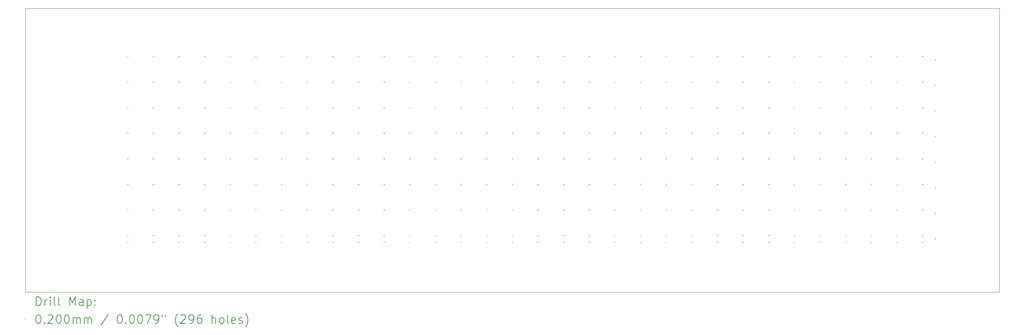
<source format=gbr>
%TF.GenerationSoftware,KiCad,Pcbnew,6.0.8+dfsg-1~bpo11+1*%
%TF.CreationDate,2023-03-24T18:57:13-04:00*%
%TF.ProjectId,captouch_sensor_diamond_hatched,63617074-6f75-4636-985f-73656e736f72,rev?*%
%TF.SameCoordinates,Original*%
%TF.FileFunction,Drillmap*%
%TF.FilePolarity,Positive*%
%FSLAX45Y45*%
G04 Gerber Fmt 4.5, Leading zero omitted, Abs format (unit mm)*
G04 Created by KiCad (PCBNEW 6.0.8+dfsg-1~bpo11+1) date 2023-03-24 18:57:13*
%MOMM*%
%LPD*%
G01*
G04 APERTURE LIST*
%ADD10C,0.100000*%
%ADD11C,0.200000*%
%ADD12C,0.020000*%
G04 APERTURE END LIST*
D10*
X4217500Y-4700000D02*
X27005000Y-4700000D01*
X27005000Y-4700000D02*
X27005000Y-11355000D01*
X27005000Y-11355000D02*
X4217500Y-11355000D01*
X4217500Y-11355000D02*
X4217500Y-4700000D01*
D11*
D12*
X6597500Y-5817500D02*
X6617500Y-5837500D01*
X6617500Y-5817500D02*
X6597500Y-5837500D01*
X6597500Y-6417500D02*
X6617500Y-6437500D01*
X6617500Y-6417500D02*
X6597500Y-6437500D01*
X6597500Y-7017500D02*
X6617500Y-7037500D01*
X6617500Y-7017500D02*
X6597500Y-7037500D01*
X6597500Y-7617500D02*
X6617500Y-7637500D01*
X6617500Y-7617500D02*
X6597500Y-7637500D01*
X6597500Y-8217500D02*
X6617500Y-8237500D01*
X6617500Y-8217500D02*
X6597500Y-8237500D01*
X6597500Y-8817500D02*
X6617500Y-8837500D01*
X6617500Y-8817500D02*
X6597500Y-8837500D01*
X6597500Y-9417500D02*
X6617500Y-9437500D01*
X6617500Y-9417500D02*
X6597500Y-9437500D01*
X6597500Y-10017500D02*
X6617500Y-10037500D01*
X6617500Y-10017500D02*
X6597500Y-10037500D01*
X6597500Y-10180000D02*
X6617500Y-10200000D01*
X6617500Y-10180000D02*
X6597500Y-10200000D01*
X7197500Y-5817500D02*
X7217500Y-5837500D01*
X7217500Y-5817500D02*
X7197500Y-5837500D01*
X7197500Y-6417500D02*
X7217500Y-6437500D01*
X7217500Y-6417500D02*
X7197500Y-6437500D01*
X7197500Y-7017500D02*
X7217500Y-7037500D01*
X7217500Y-7017500D02*
X7197500Y-7037500D01*
X7197500Y-7617500D02*
X7217500Y-7637500D01*
X7217500Y-7617500D02*
X7197500Y-7637500D01*
X7197500Y-8217500D02*
X7217500Y-8237500D01*
X7217500Y-8217500D02*
X7197500Y-8237500D01*
X7197500Y-8817500D02*
X7217500Y-8837500D01*
X7217500Y-8817500D02*
X7197500Y-8837500D01*
X7197500Y-9417500D02*
X7217500Y-9437500D01*
X7217500Y-9417500D02*
X7197500Y-9437500D01*
X7197500Y-10017500D02*
X7217500Y-10037500D01*
X7217500Y-10017500D02*
X7197500Y-10037500D01*
X7197500Y-10180000D02*
X7217500Y-10200000D01*
X7217500Y-10180000D02*
X7197500Y-10200000D01*
X7797500Y-5817500D02*
X7817500Y-5837500D01*
X7817500Y-5817500D02*
X7797500Y-5837500D01*
X7797500Y-6417500D02*
X7817500Y-6437500D01*
X7817500Y-6417500D02*
X7797500Y-6437500D01*
X7797500Y-7017500D02*
X7817500Y-7037500D01*
X7817500Y-7017500D02*
X7797500Y-7037500D01*
X7797500Y-7617500D02*
X7817500Y-7637500D01*
X7817500Y-7617500D02*
X7797500Y-7637500D01*
X7797500Y-8217500D02*
X7817500Y-8237500D01*
X7817500Y-8217500D02*
X7797500Y-8237500D01*
X7797500Y-8817500D02*
X7817500Y-8837500D01*
X7817500Y-8817500D02*
X7797500Y-8837500D01*
X7797500Y-9417500D02*
X7817500Y-9437500D01*
X7817500Y-9417500D02*
X7797500Y-9437500D01*
X7797500Y-10017500D02*
X7817500Y-10037500D01*
X7817500Y-10017500D02*
X7797500Y-10037500D01*
X7797500Y-10180000D02*
X7817500Y-10200000D01*
X7817500Y-10180000D02*
X7797500Y-10200000D01*
X8397500Y-5817500D02*
X8417500Y-5837500D01*
X8417500Y-5817500D02*
X8397500Y-5837500D01*
X8397500Y-6417500D02*
X8417500Y-6437500D01*
X8417500Y-6417500D02*
X8397500Y-6437500D01*
X8397500Y-7017500D02*
X8417500Y-7037500D01*
X8417500Y-7017500D02*
X8397500Y-7037500D01*
X8397500Y-7617500D02*
X8417500Y-7637500D01*
X8417500Y-7617500D02*
X8397500Y-7637500D01*
X8397500Y-8217500D02*
X8417500Y-8237500D01*
X8417500Y-8217500D02*
X8397500Y-8237500D01*
X8397500Y-8817500D02*
X8417500Y-8837500D01*
X8417500Y-8817500D02*
X8397500Y-8837500D01*
X8397500Y-9417500D02*
X8417500Y-9437500D01*
X8417500Y-9417500D02*
X8397500Y-9437500D01*
X8397500Y-10017500D02*
X8417500Y-10037500D01*
X8417500Y-10017500D02*
X8397500Y-10037500D01*
X8397500Y-10180000D02*
X8417500Y-10200000D01*
X8417500Y-10180000D02*
X8397500Y-10200000D01*
X8997500Y-5817500D02*
X9017500Y-5837500D01*
X9017500Y-5817500D02*
X8997500Y-5837500D01*
X8997500Y-6417500D02*
X9017500Y-6437500D01*
X9017500Y-6417500D02*
X8997500Y-6437500D01*
X8997500Y-7017500D02*
X9017500Y-7037500D01*
X9017500Y-7017500D02*
X8997500Y-7037500D01*
X8997500Y-7617500D02*
X9017500Y-7637500D01*
X9017500Y-7617500D02*
X8997500Y-7637500D01*
X8997500Y-8217500D02*
X9017500Y-8237500D01*
X9017500Y-8217500D02*
X8997500Y-8237500D01*
X8997500Y-8817500D02*
X9017500Y-8837500D01*
X9017500Y-8817500D02*
X8997500Y-8837500D01*
X8997500Y-9417500D02*
X9017500Y-9437500D01*
X9017500Y-9417500D02*
X8997500Y-9437500D01*
X8997500Y-10017500D02*
X9017500Y-10037500D01*
X9017500Y-10017500D02*
X8997500Y-10037500D01*
X8997500Y-10180000D02*
X9017500Y-10200000D01*
X9017500Y-10180000D02*
X8997500Y-10200000D01*
X9597500Y-5817500D02*
X9617500Y-5837500D01*
X9617500Y-5817500D02*
X9597500Y-5837500D01*
X9597500Y-6417500D02*
X9617500Y-6437500D01*
X9617500Y-6417500D02*
X9597500Y-6437500D01*
X9597500Y-7017500D02*
X9617500Y-7037500D01*
X9617500Y-7017500D02*
X9597500Y-7037500D01*
X9597500Y-7617500D02*
X9617500Y-7637500D01*
X9617500Y-7617500D02*
X9597500Y-7637500D01*
X9597500Y-8217500D02*
X9617500Y-8237500D01*
X9617500Y-8217500D02*
X9597500Y-8237500D01*
X9597500Y-8817500D02*
X9617500Y-8837500D01*
X9617500Y-8817500D02*
X9597500Y-8837500D01*
X9597500Y-9417500D02*
X9617500Y-9437500D01*
X9617500Y-9417500D02*
X9597500Y-9437500D01*
X9597500Y-10017500D02*
X9617500Y-10037500D01*
X9617500Y-10017500D02*
X9597500Y-10037500D01*
X9597500Y-10180000D02*
X9617500Y-10200000D01*
X9617500Y-10180000D02*
X9597500Y-10200000D01*
X10197500Y-5817500D02*
X10217500Y-5837500D01*
X10217500Y-5817500D02*
X10197500Y-5837500D01*
X10197500Y-6417500D02*
X10217500Y-6437500D01*
X10217500Y-6417500D02*
X10197500Y-6437500D01*
X10197500Y-7017500D02*
X10217500Y-7037500D01*
X10217500Y-7017500D02*
X10197500Y-7037500D01*
X10197500Y-7617500D02*
X10217500Y-7637500D01*
X10217500Y-7617500D02*
X10197500Y-7637500D01*
X10197500Y-8217500D02*
X10217500Y-8237500D01*
X10217500Y-8217500D02*
X10197500Y-8237500D01*
X10197500Y-8817500D02*
X10217500Y-8837500D01*
X10217500Y-8817500D02*
X10197500Y-8837500D01*
X10197500Y-9417500D02*
X10217500Y-9437500D01*
X10217500Y-9417500D02*
X10197500Y-9437500D01*
X10197500Y-10017500D02*
X10217500Y-10037500D01*
X10217500Y-10017500D02*
X10197500Y-10037500D01*
X10197500Y-10180000D02*
X10217500Y-10200000D01*
X10217500Y-10180000D02*
X10197500Y-10200000D01*
X10797500Y-5817500D02*
X10817500Y-5837500D01*
X10817500Y-5817500D02*
X10797500Y-5837500D01*
X10797500Y-6417500D02*
X10817500Y-6437500D01*
X10817500Y-6417500D02*
X10797500Y-6437500D01*
X10797500Y-7017500D02*
X10817500Y-7037500D01*
X10817500Y-7017500D02*
X10797500Y-7037500D01*
X10797500Y-7617500D02*
X10817500Y-7637500D01*
X10817500Y-7617500D02*
X10797500Y-7637500D01*
X10797500Y-8217500D02*
X10817500Y-8237500D01*
X10817500Y-8217500D02*
X10797500Y-8237500D01*
X10797500Y-8817500D02*
X10817500Y-8837500D01*
X10817500Y-8817500D02*
X10797500Y-8837500D01*
X10797500Y-9417500D02*
X10817500Y-9437500D01*
X10817500Y-9417500D02*
X10797500Y-9437500D01*
X10797500Y-10017500D02*
X10817500Y-10037500D01*
X10817500Y-10017500D02*
X10797500Y-10037500D01*
X10797500Y-10180000D02*
X10817500Y-10200000D01*
X10817500Y-10180000D02*
X10797500Y-10200000D01*
X11397500Y-5817500D02*
X11417500Y-5837500D01*
X11417500Y-5817500D02*
X11397500Y-5837500D01*
X11397500Y-6417500D02*
X11417500Y-6437500D01*
X11417500Y-6417500D02*
X11397500Y-6437500D01*
X11397500Y-7017500D02*
X11417500Y-7037500D01*
X11417500Y-7017500D02*
X11397500Y-7037500D01*
X11397500Y-7617500D02*
X11417500Y-7637500D01*
X11417500Y-7617500D02*
X11397500Y-7637500D01*
X11397500Y-8217500D02*
X11417500Y-8237500D01*
X11417500Y-8217500D02*
X11397500Y-8237500D01*
X11397500Y-8817500D02*
X11417500Y-8837500D01*
X11417500Y-8817500D02*
X11397500Y-8837500D01*
X11397500Y-9417500D02*
X11417500Y-9437500D01*
X11417500Y-9417500D02*
X11397500Y-9437500D01*
X11397500Y-10017500D02*
X11417500Y-10037500D01*
X11417500Y-10017500D02*
X11397500Y-10037500D01*
X11397500Y-10180000D02*
X11417500Y-10200000D01*
X11417500Y-10180000D02*
X11397500Y-10200000D01*
X11997500Y-5817500D02*
X12017500Y-5837500D01*
X12017500Y-5817500D02*
X11997500Y-5837500D01*
X11997500Y-6417500D02*
X12017500Y-6437500D01*
X12017500Y-6417500D02*
X11997500Y-6437500D01*
X11997500Y-7017500D02*
X12017500Y-7037500D01*
X12017500Y-7017500D02*
X11997500Y-7037500D01*
X11997500Y-7617500D02*
X12017500Y-7637500D01*
X12017500Y-7617500D02*
X11997500Y-7637500D01*
X11997500Y-8217500D02*
X12017500Y-8237500D01*
X12017500Y-8217500D02*
X11997500Y-8237500D01*
X11997500Y-8817500D02*
X12017500Y-8837500D01*
X12017500Y-8817500D02*
X11997500Y-8837500D01*
X11997500Y-9417500D02*
X12017500Y-9437500D01*
X12017500Y-9417500D02*
X11997500Y-9437500D01*
X11997500Y-10017500D02*
X12017500Y-10037500D01*
X12017500Y-10017500D02*
X11997500Y-10037500D01*
X11997500Y-10180000D02*
X12017500Y-10200000D01*
X12017500Y-10180000D02*
X11997500Y-10200000D01*
X12597500Y-5817500D02*
X12617500Y-5837500D01*
X12617500Y-5817500D02*
X12597500Y-5837500D01*
X12597500Y-6417500D02*
X12617500Y-6437500D01*
X12617500Y-6417500D02*
X12597500Y-6437500D01*
X12597500Y-7017500D02*
X12617500Y-7037500D01*
X12617500Y-7017500D02*
X12597500Y-7037500D01*
X12597500Y-7617500D02*
X12617500Y-7637500D01*
X12617500Y-7617500D02*
X12597500Y-7637500D01*
X12597500Y-8217500D02*
X12617500Y-8237500D01*
X12617500Y-8217500D02*
X12597500Y-8237500D01*
X12597500Y-8817500D02*
X12617500Y-8837500D01*
X12617500Y-8817500D02*
X12597500Y-8837500D01*
X12597500Y-9417500D02*
X12617500Y-9437500D01*
X12617500Y-9417500D02*
X12597500Y-9437500D01*
X12597500Y-10017500D02*
X12617500Y-10037500D01*
X12617500Y-10017500D02*
X12597500Y-10037500D01*
X12597500Y-10180000D02*
X12617500Y-10200000D01*
X12617500Y-10180000D02*
X12597500Y-10200000D01*
X13197500Y-5817500D02*
X13217500Y-5837500D01*
X13217500Y-5817500D02*
X13197500Y-5837500D01*
X13197500Y-6417500D02*
X13217500Y-6437500D01*
X13217500Y-6417500D02*
X13197500Y-6437500D01*
X13197500Y-7017500D02*
X13217500Y-7037500D01*
X13217500Y-7017500D02*
X13197500Y-7037500D01*
X13197500Y-7617500D02*
X13217500Y-7637500D01*
X13217500Y-7617500D02*
X13197500Y-7637500D01*
X13197500Y-8217500D02*
X13217500Y-8237500D01*
X13217500Y-8217500D02*
X13197500Y-8237500D01*
X13197500Y-8817500D02*
X13217500Y-8837500D01*
X13217500Y-8817500D02*
X13197500Y-8837500D01*
X13197500Y-9417500D02*
X13217500Y-9437500D01*
X13217500Y-9417500D02*
X13197500Y-9437500D01*
X13197500Y-10017500D02*
X13217500Y-10037500D01*
X13217500Y-10017500D02*
X13197500Y-10037500D01*
X13197500Y-10180000D02*
X13217500Y-10200000D01*
X13217500Y-10180000D02*
X13197500Y-10200000D01*
X13797500Y-5817500D02*
X13817500Y-5837500D01*
X13817500Y-5817500D02*
X13797500Y-5837500D01*
X13797500Y-6417500D02*
X13817500Y-6437500D01*
X13817500Y-6417500D02*
X13797500Y-6437500D01*
X13797500Y-7017500D02*
X13817500Y-7037500D01*
X13817500Y-7017500D02*
X13797500Y-7037500D01*
X13797500Y-7617500D02*
X13817500Y-7637500D01*
X13817500Y-7617500D02*
X13797500Y-7637500D01*
X13797500Y-8217500D02*
X13817500Y-8237500D01*
X13817500Y-8217500D02*
X13797500Y-8237500D01*
X13797500Y-8817500D02*
X13817500Y-8837500D01*
X13817500Y-8817500D02*
X13797500Y-8837500D01*
X13797500Y-9417500D02*
X13817500Y-9437500D01*
X13817500Y-9417500D02*
X13797500Y-9437500D01*
X13797500Y-10017500D02*
X13817500Y-10037500D01*
X13817500Y-10017500D02*
X13797500Y-10037500D01*
X13797500Y-10180000D02*
X13817500Y-10200000D01*
X13817500Y-10180000D02*
X13797500Y-10200000D01*
X14397500Y-5817500D02*
X14417500Y-5837500D01*
X14417500Y-5817500D02*
X14397500Y-5837500D01*
X14397500Y-6417500D02*
X14417500Y-6437500D01*
X14417500Y-6417500D02*
X14397500Y-6437500D01*
X14397500Y-7017500D02*
X14417500Y-7037500D01*
X14417500Y-7017500D02*
X14397500Y-7037500D01*
X14397500Y-7617500D02*
X14417500Y-7637500D01*
X14417500Y-7617500D02*
X14397500Y-7637500D01*
X14397500Y-8217500D02*
X14417500Y-8237500D01*
X14417500Y-8217500D02*
X14397500Y-8237500D01*
X14397500Y-8817500D02*
X14417500Y-8837500D01*
X14417500Y-8817500D02*
X14397500Y-8837500D01*
X14397500Y-9417500D02*
X14417500Y-9437500D01*
X14417500Y-9417500D02*
X14397500Y-9437500D01*
X14397500Y-10017500D02*
X14417500Y-10037500D01*
X14417500Y-10017500D02*
X14397500Y-10037500D01*
X14397500Y-10180000D02*
X14417500Y-10200000D01*
X14417500Y-10180000D02*
X14397500Y-10200000D01*
X14997500Y-5817500D02*
X15017500Y-5837500D01*
X15017500Y-5817500D02*
X14997500Y-5837500D01*
X14997500Y-6417500D02*
X15017500Y-6437500D01*
X15017500Y-6417500D02*
X14997500Y-6437500D01*
X14997500Y-7017500D02*
X15017500Y-7037500D01*
X15017500Y-7017500D02*
X14997500Y-7037500D01*
X14997500Y-7617500D02*
X15017500Y-7637500D01*
X15017500Y-7617500D02*
X14997500Y-7637500D01*
X14997500Y-8217500D02*
X15017500Y-8237500D01*
X15017500Y-8217500D02*
X14997500Y-8237500D01*
X14997500Y-8817500D02*
X15017500Y-8837500D01*
X15017500Y-8817500D02*
X14997500Y-8837500D01*
X14997500Y-9417500D02*
X15017500Y-9437500D01*
X15017500Y-9417500D02*
X14997500Y-9437500D01*
X14997500Y-10017500D02*
X15017500Y-10037500D01*
X15017500Y-10017500D02*
X14997500Y-10037500D01*
X14997500Y-10180000D02*
X15017500Y-10200000D01*
X15017500Y-10180000D02*
X14997500Y-10200000D01*
X15597500Y-5817500D02*
X15617500Y-5837500D01*
X15617500Y-5817500D02*
X15597500Y-5837500D01*
X15597500Y-6417500D02*
X15617500Y-6437500D01*
X15617500Y-6417500D02*
X15597500Y-6437500D01*
X15597500Y-7017500D02*
X15617500Y-7037500D01*
X15617500Y-7017500D02*
X15597500Y-7037500D01*
X15597500Y-7617500D02*
X15617500Y-7637500D01*
X15617500Y-7617500D02*
X15597500Y-7637500D01*
X15597500Y-8217500D02*
X15617500Y-8237500D01*
X15617500Y-8217500D02*
X15597500Y-8237500D01*
X15597500Y-8817500D02*
X15617500Y-8837500D01*
X15617500Y-8817500D02*
X15597500Y-8837500D01*
X15597500Y-9417500D02*
X15617500Y-9437500D01*
X15617500Y-9417500D02*
X15597500Y-9437500D01*
X15597500Y-10017500D02*
X15617500Y-10037500D01*
X15617500Y-10017500D02*
X15597500Y-10037500D01*
X15597500Y-10180000D02*
X15617500Y-10200000D01*
X15617500Y-10180000D02*
X15597500Y-10200000D01*
X16197500Y-5817500D02*
X16217500Y-5837500D01*
X16217500Y-5817500D02*
X16197500Y-5837500D01*
X16197500Y-6417500D02*
X16217500Y-6437500D01*
X16217500Y-6417500D02*
X16197500Y-6437500D01*
X16197500Y-7017500D02*
X16217500Y-7037500D01*
X16217500Y-7017500D02*
X16197500Y-7037500D01*
X16197500Y-7617500D02*
X16217500Y-7637500D01*
X16217500Y-7617500D02*
X16197500Y-7637500D01*
X16197500Y-8217500D02*
X16217500Y-8237500D01*
X16217500Y-8217500D02*
X16197500Y-8237500D01*
X16197500Y-8817500D02*
X16217500Y-8837500D01*
X16217500Y-8817500D02*
X16197500Y-8837500D01*
X16197500Y-9417500D02*
X16217500Y-9437500D01*
X16217500Y-9417500D02*
X16197500Y-9437500D01*
X16197500Y-10017500D02*
X16217500Y-10037500D01*
X16217500Y-10017500D02*
X16197500Y-10037500D01*
X16197500Y-10180000D02*
X16217500Y-10200000D01*
X16217500Y-10180000D02*
X16197500Y-10200000D01*
X16797500Y-5817500D02*
X16817500Y-5837500D01*
X16817500Y-5817500D02*
X16797500Y-5837500D01*
X16797500Y-6417500D02*
X16817500Y-6437500D01*
X16817500Y-6417500D02*
X16797500Y-6437500D01*
X16797500Y-7017500D02*
X16817500Y-7037500D01*
X16817500Y-7017500D02*
X16797500Y-7037500D01*
X16797500Y-7617500D02*
X16817500Y-7637500D01*
X16817500Y-7617500D02*
X16797500Y-7637500D01*
X16797500Y-8217500D02*
X16817500Y-8237500D01*
X16817500Y-8217500D02*
X16797500Y-8237500D01*
X16797500Y-8817500D02*
X16817500Y-8837500D01*
X16817500Y-8817500D02*
X16797500Y-8837500D01*
X16797500Y-9417500D02*
X16817500Y-9437500D01*
X16817500Y-9417500D02*
X16797500Y-9437500D01*
X16797500Y-10017500D02*
X16817500Y-10037500D01*
X16817500Y-10017500D02*
X16797500Y-10037500D01*
X16797500Y-10180000D02*
X16817500Y-10200000D01*
X16817500Y-10180000D02*
X16797500Y-10200000D01*
X17397500Y-5817500D02*
X17417500Y-5837500D01*
X17417500Y-5817500D02*
X17397500Y-5837500D01*
X17397500Y-6417500D02*
X17417500Y-6437500D01*
X17417500Y-6417500D02*
X17397500Y-6437500D01*
X17397500Y-7017500D02*
X17417500Y-7037500D01*
X17417500Y-7017500D02*
X17397500Y-7037500D01*
X17397500Y-7617500D02*
X17417500Y-7637500D01*
X17417500Y-7617500D02*
X17397500Y-7637500D01*
X17397500Y-8217500D02*
X17417500Y-8237500D01*
X17417500Y-8217500D02*
X17397500Y-8237500D01*
X17397500Y-8817500D02*
X17417500Y-8837500D01*
X17417500Y-8817500D02*
X17397500Y-8837500D01*
X17397500Y-9417500D02*
X17417500Y-9437500D01*
X17417500Y-9417500D02*
X17397500Y-9437500D01*
X17397500Y-10017500D02*
X17417500Y-10037500D01*
X17417500Y-10017500D02*
X17397500Y-10037500D01*
X17397500Y-10180000D02*
X17417500Y-10200000D01*
X17417500Y-10180000D02*
X17397500Y-10200000D01*
X17997500Y-5817500D02*
X18017500Y-5837500D01*
X18017500Y-5817500D02*
X17997500Y-5837500D01*
X17997500Y-6417500D02*
X18017500Y-6437500D01*
X18017500Y-6417500D02*
X17997500Y-6437500D01*
X17997500Y-7017500D02*
X18017500Y-7037500D01*
X18017500Y-7017500D02*
X17997500Y-7037500D01*
X17997500Y-7617500D02*
X18017500Y-7637500D01*
X18017500Y-7617500D02*
X17997500Y-7637500D01*
X17997500Y-8217500D02*
X18017500Y-8237500D01*
X18017500Y-8217500D02*
X17997500Y-8237500D01*
X17997500Y-8817500D02*
X18017500Y-8837500D01*
X18017500Y-8817500D02*
X17997500Y-8837500D01*
X17997500Y-9417500D02*
X18017500Y-9437500D01*
X18017500Y-9417500D02*
X17997500Y-9437500D01*
X17997500Y-10017500D02*
X18017500Y-10037500D01*
X18017500Y-10017500D02*
X17997500Y-10037500D01*
X17997500Y-10180000D02*
X18017500Y-10200000D01*
X18017500Y-10180000D02*
X17997500Y-10200000D01*
X18597500Y-5817500D02*
X18617500Y-5837500D01*
X18617500Y-5817500D02*
X18597500Y-5837500D01*
X18597500Y-6417500D02*
X18617500Y-6437500D01*
X18617500Y-6417500D02*
X18597500Y-6437500D01*
X18597500Y-7017500D02*
X18617500Y-7037500D01*
X18617500Y-7017500D02*
X18597500Y-7037500D01*
X18597500Y-7617500D02*
X18617500Y-7637500D01*
X18617500Y-7617500D02*
X18597500Y-7637500D01*
X18597500Y-8217500D02*
X18617500Y-8237500D01*
X18617500Y-8217500D02*
X18597500Y-8237500D01*
X18597500Y-8817500D02*
X18617500Y-8837500D01*
X18617500Y-8817500D02*
X18597500Y-8837500D01*
X18597500Y-9417500D02*
X18617500Y-9437500D01*
X18617500Y-9417500D02*
X18597500Y-9437500D01*
X18597500Y-10017500D02*
X18617500Y-10037500D01*
X18617500Y-10017500D02*
X18597500Y-10037500D01*
X18597500Y-10180000D02*
X18617500Y-10200000D01*
X18617500Y-10180000D02*
X18597500Y-10200000D01*
X19197500Y-5817500D02*
X19217500Y-5837500D01*
X19217500Y-5817500D02*
X19197500Y-5837500D01*
X19197500Y-6417500D02*
X19217500Y-6437500D01*
X19217500Y-6417500D02*
X19197500Y-6437500D01*
X19197500Y-7017500D02*
X19217500Y-7037500D01*
X19217500Y-7017500D02*
X19197500Y-7037500D01*
X19197500Y-7617500D02*
X19217500Y-7637500D01*
X19217500Y-7617500D02*
X19197500Y-7637500D01*
X19197500Y-8217500D02*
X19217500Y-8237500D01*
X19217500Y-8217500D02*
X19197500Y-8237500D01*
X19197500Y-8817500D02*
X19217500Y-8837500D01*
X19217500Y-8817500D02*
X19197500Y-8837500D01*
X19197500Y-9417500D02*
X19217500Y-9437500D01*
X19217500Y-9417500D02*
X19197500Y-9437500D01*
X19197500Y-10017500D02*
X19217500Y-10037500D01*
X19217500Y-10017500D02*
X19197500Y-10037500D01*
X19197500Y-10180000D02*
X19217500Y-10200000D01*
X19217500Y-10180000D02*
X19197500Y-10200000D01*
X19797500Y-5817500D02*
X19817500Y-5837500D01*
X19817500Y-5817500D02*
X19797500Y-5837500D01*
X19797500Y-6417500D02*
X19817500Y-6437500D01*
X19817500Y-6417500D02*
X19797500Y-6437500D01*
X19797500Y-7017500D02*
X19817500Y-7037500D01*
X19817500Y-7017500D02*
X19797500Y-7037500D01*
X19797500Y-7617500D02*
X19817500Y-7637500D01*
X19817500Y-7617500D02*
X19797500Y-7637500D01*
X19797500Y-8217500D02*
X19817500Y-8237500D01*
X19817500Y-8217500D02*
X19797500Y-8237500D01*
X19797500Y-8817500D02*
X19817500Y-8837500D01*
X19817500Y-8817500D02*
X19797500Y-8837500D01*
X19797500Y-9417500D02*
X19817500Y-9437500D01*
X19817500Y-9417500D02*
X19797500Y-9437500D01*
X19797500Y-10017500D02*
X19817500Y-10037500D01*
X19817500Y-10017500D02*
X19797500Y-10037500D01*
X19797500Y-10180000D02*
X19817500Y-10200000D01*
X19817500Y-10180000D02*
X19797500Y-10200000D01*
X20397500Y-5817500D02*
X20417500Y-5837500D01*
X20417500Y-5817500D02*
X20397500Y-5837500D01*
X20397500Y-6417500D02*
X20417500Y-6437500D01*
X20417500Y-6417500D02*
X20397500Y-6437500D01*
X20397500Y-7017500D02*
X20417500Y-7037500D01*
X20417500Y-7017500D02*
X20397500Y-7037500D01*
X20397500Y-7617500D02*
X20417500Y-7637500D01*
X20417500Y-7617500D02*
X20397500Y-7637500D01*
X20397500Y-8217500D02*
X20417500Y-8237500D01*
X20417500Y-8217500D02*
X20397500Y-8237500D01*
X20397500Y-8817500D02*
X20417500Y-8837500D01*
X20417500Y-8817500D02*
X20397500Y-8837500D01*
X20397500Y-9417500D02*
X20417500Y-9437500D01*
X20417500Y-9417500D02*
X20397500Y-9437500D01*
X20397500Y-10017500D02*
X20417500Y-10037500D01*
X20417500Y-10017500D02*
X20397500Y-10037500D01*
X20397500Y-10180000D02*
X20417500Y-10200000D01*
X20417500Y-10180000D02*
X20397500Y-10200000D01*
X20997500Y-5817500D02*
X21017500Y-5837500D01*
X21017500Y-5817500D02*
X20997500Y-5837500D01*
X20997500Y-6417500D02*
X21017500Y-6437500D01*
X21017500Y-6417500D02*
X20997500Y-6437500D01*
X20997500Y-7017500D02*
X21017500Y-7037500D01*
X21017500Y-7017500D02*
X20997500Y-7037500D01*
X20997500Y-7617500D02*
X21017500Y-7637500D01*
X21017500Y-7617500D02*
X20997500Y-7637500D01*
X20997500Y-8217500D02*
X21017500Y-8237500D01*
X21017500Y-8217500D02*
X20997500Y-8237500D01*
X20997500Y-8817500D02*
X21017500Y-8837500D01*
X21017500Y-8817500D02*
X20997500Y-8837500D01*
X20997500Y-9417500D02*
X21017500Y-9437500D01*
X21017500Y-9417500D02*
X20997500Y-9437500D01*
X20997500Y-10017500D02*
X21017500Y-10037500D01*
X21017500Y-10017500D02*
X20997500Y-10037500D01*
X20997500Y-10180000D02*
X21017500Y-10200000D01*
X21017500Y-10180000D02*
X20997500Y-10200000D01*
X21597500Y-5817500D02*
X21617500Y-5837500D01*
X21617500Y-5817500D02*
X21597500Y-5837500D01*
X21597500Y-6417500D02*
X21617500Y-6437500D01*
X21617500Y-6417500D02*
X21597500Y-6437500D01*
X21597500Y-7017500D02*
X21617500Y-7037500D01*
X21617500Y-7017500D02*
X21597500Y-7037500D01*
X21597500Y-7617500D02*
X21617500Y-7637500D01*
X21617500Y-7617500D02*
X21597500Y-7637500D01*
X21597500Y-8217500D02*
X21617500Y-8237500D01*
X21617500Y-8217500D02*
X21597500Y-8237500D01*
X21597500Y-8817500D02*
X21617500Y-8837500D01*
X21617500Y-8817500D02*
X21597500Y-8837500D01*
X21597500Y-9417500D02*
X21617500Y-9437500D01*
X21617500Y-9417500D02*
X21597500Y-9437500D01*
X21597500Y-10017500D02*
X21617500Y-10037500D01*
X21617500Y-10017500D02*
X21597500Y-10037500D01*
X21597500Y-10180000D02*
X21617500Y-10200000D01*
X21617500Y-10180000D02*
X21597500Y-10200000D01*
X22197500Y-5817500D02*
X22217500Y-5837500D01*
X22217500Y-5817500D02*
X22197500Y-5837500D01*
X22197500Y-6417500D02*
X22217500Y-6437500D01*
X22217500Y-6417500D02*
X22197500Y-6437500D01*
X22197500Y-7017500D02*
X22217500Y-7037500D01*
X22217500Y-7017500D02*
X22197500Y-7037500D01*
X22197500Y-7617500D02*
X22217500Y-7637500D01*
X22217500Y-7617500D02*
X22197500Y-7637500D01*
X22197500Y-8217500D02*
X22217500Y-8237500D01*
X22217500Y-8217500D02*
X22197500Y-8237500D01*
X22197500Y-8817500D02*
X22217500Y-8837500D01*
X22217500Y-8817500D02*
X22197500Y-8837500D01*
X22197500Y-9417500D02*
X22217500Y-9437500D01*
X22217500Y-9417500D02*
X22197500Y-9437500D01*
X22197500Y-10017500D02*
X22217500Y-10037500D01*
X22217500Y-10017500D02*
X22197500Y-10037500D01*
X22197500Y-10180000D02*
X22217500Y-10200000D01*
X22217500Y-10180000D02*
X22197500Y-10200000D01*
X22797500Y-5817500D02*
X22817500Y-5837500D01*
X22817500Y-5817500D02*
X22797500Y-5837500D01*
X22797500Y-6417500D02*
X22817500Y-6437500D01*
X22817500Y-6417500D02*
X22797500Y-6437500D01*
X22797500Y-7017500D02*
X22817500Y-7037500D01*
X22817500Y-7017500D02*
X22797500Y-7037500D01*
X22797500Y-7617500D02*
X22817500Y-7637500D01*
X22817500Y-7617500D02*
X22797500Y-7637500D01*
X22797500Y-8217500D02*
X22817500Y-8237500D01*
X22817500Y-8217500D02*
X22797500Y-8237500D01*
X22797500Y-8817500D02*
X22817500Y-8837500D01*
X22817500Y-8817500D02*
X22797500Y-8837500D01*
X22797500Y-9417500D02*
X22817500Y-9437500D01*
X22817500Y-9417500D02*
X22797500Y-9437500D01*
X22797500Y-10017500D02*
X22817500Y-10037500D01*
X22817500Y-10017500D02*
X22797500Y-10037500D01*
X22797500Y-10180000D02*
X22817500Y-10200000D01*
X22817500Y-10180000D02*
X22797500Y-10200000D01*
X23397500Y-5817500D02*
X23417500Y-5837500D01*
X23417500Y-5817500D02*
X23397500Y-5837500D01*
X23397500Y-6417500D02*
X23417500Y-6437500D01*
X23417500Y-6417500D02*
X23397500Y-6437500D01*
X23397500Y-7017500D02*
X23417500Y-7037500D01*
X23417500Y-7017500D02*
X23397500Y-7037500D01*
X23397500Y-7617500D02*
X23417500Y-7637500D01*
X23417500Y-7617500D02*
X23397500Y-7637500D01*
X23397500Y-8217500D02*
X23417500Y-8237500D01*
X23417500Y-8217500D02*
X23397500Y-8237500D01*
X23397500Y-8817500D02*
X23417500Y-8837500D01*
X23417500Y-8817500D02*
X23397500Y-8837500D01*
X23397500Y-9417500D02*
X23417500Y-9437500D01*
X23417500Y-9417500D02*
X23397500Y-9437500D01*
X23397500Y-10017500D02*
X23417500Y-10037500D01*
X23417500Y-10017500D02*
X23397500Y-10037500D01*
X23397500Y-10180000D02*
X23417500Y-10200000D01*
X23417500Y-10180000D02*
X23397500Y-10200000D01*
X23997500Y-5817500D02*
X24017500Y-5837500D01*
X24017500Y-5817500D02*
X23997500Y-5837500D01*
X23997500Y-6417500D02*
X24017500Y-6437500D01*
X24017500Y-6417500D02*
X23997500Y-6437500D01*
X23997500Y-7017500D02*
X24017500Y-7037500D01*
X24017500Y-7017500D02*
X23997500Y-7037500D01*
X23997500Y-7617500D02*
X24017500Y-7637500D01*
X24017500Y-7617500D02*
X23997500Y-7637500D01*
X23997500Y-8217500D02*
X24017500Y-8237500D01*
X24017500Y-8217500D02*
X23997500Y-8237500D01*
X23997500Y-8817500D02*
X24017500Y-8837500D01*
X24017500Y-8817500D02*
X23997500Y-8837500D01*
X23997500Y-9417500D02*
X24017500Y-9437500D01*
X24017500Y-9417500D02*
X23997500Y-9437500D01*
X23997500Y-10017500D02*
X24017500Y-10037500D01*
X24017500Y-10017500D02*
X23997500Y-10037500D01*
X23997500Y-10180000D02*
X24017500Y-10200000D01*
X24017500Y-10180000D02*
X23997500Y-10200000D01*
X24597500Y-5817500D02*
X24617500Y-5837500D01*
X24617500Y-5817500D02*
X24597500Y-5837500D01*
X24597500Y-6417500D02*
X24617500Y-6437500D01*
X24617500Y-6417500D02*
X24597500Y-6437500D01*
X24597500Y-7017500D02*
X24617500Y-7037500D01*
X24617500Y-7017500D02*
X24597500Y-7037500D01*
X24597500Y-7617500D02*
X24617500Y-7637500D01*
X24617500Y-7617500D02*
X24597500Y-7637500D01*
X24597500Y-8217500D02*
X24617500Y-8237500D01*
X24617500Y-8217500D02*
X24597500Y-8237500D01*
X24597500Y-8817500D02*
X24617500Y-8837500D01*
X24617500Y-8817500D02*
X24597500Y-8837500D01*
X24597500Y-9417500D02*
X24617500Y-9437500D01*
X24617500Y-9417500D02*
X24597500Y-9437500D01*
X24597500Y-10017500D02*
X24617500Y-10037500D01*
X24617500Y-10017500D02*
X24597500Y-10037500D01*
X24597500Y-10180000D02*
X24617500Y-10200000D01*
X24617500Y-10180000D02*
X24597500Y-10200000D01*
X25197500Y-5817500D02*
X25217500Y-5837500D01*
X25217500Y-5817500D02*
X25197500Y-5837500D01*
X25197500Y-6417500D02*
X25217500Y-6437500D01*
X25217500Y-6417500D02*
X25197500Y-6437500D01*
X25197500Y-7017500D02*
X25217500Y-7037500D01*
X25217500Y-7017500D02*
X25197500Y-7037500D01*
X25197500Y-7617500D02*
X25217500Y-7637500D01*
X25217500Y-7617500D02*
X25197500Y-7637500D01*
X25197500Y-8217500D02*
X25217500Y-8237500D01*
X25217500Y-8217500D02*
X25197500Y-8237500D01*
X25197500Y-8817500D02*
X25217500Y-8837500D01*
X25217500Y-8817500D02*
X25197500Y-8837500D01*
X25197500Y-9417500D02*
X25217500Y-9437500D01*
X25217500Y-9417500D02*
X25197500Y-9437500D01*
X25197500Y-10017500D02*
X25217500Y-10037500D01*
X25217500Y-10017500D02*
X25197500Y-10037500D01*
X25197500Y-10180000D02*
X25217500Y-10200000D01*
X25217500Y-10180000D02*
X25197500Y-10200000D01*
X25497500Y-5897500D02*
X25517500Y-5917500D01*
X25517500Y-5897500D02*
X25497500Y-5917500D01*
X25497500Y-6497500D02*
X25517500Y-6517500D01*
X25517500Y-6497500D02*
X25497500Y-6517500D01*
X25497500Y-7097500D02*
X25517500Y-7117500D01*
X25517500Y-7097500D02*
X25497500Y-7117500D01*
X25497500Y-7697500D02*
X25517500Y-7717500D01*
X25517500Y-7697500D02*
X25497500Y-7717500D01*
X25497500Y-8297500D02*
X25517500Y-8317500D01*
X25517500Y-8297500D02*
X25497500Y-8317500D01*
X25497500Y-8897500D02*
X25517500Y-8917500D01*
X25517500Y-8897500D02*
X25497500Y-8917500D01*
X25497500Y-9497500D02*
X25517500Y-9517500D01*
X25517500Y-9497500D02*
X25497500Y-9517500D01*
X25497500Y-10097500D02*
X25517500Y-10117500D01*
X25517500Y-10097500D02*
X25497500Y-10117500D01*
D11*
X4470119Y-11670476D02*
X4470119Y-11470476D01*
X4517738Y-11470476D01*
X4546310Y-11480000D01*
X4565357Y-11499048D01*
X4574881Y-11518095D01*
X4584405Y-11556190D01*
X4584405Y-11584762D01*
X4574881Y-11622857D01*
X4565357Y-11641905D01*
X4546310Y-11660952D01*
X4517738Y-11670476D01*
X4470119Y-11670476D01*
X4670119Y-11670476D02*
X4670119Y-11537143D01*
X4670119Y-11575238D02*
X4679643Y-11556190D01*
X4689167Y-11546667D01*
X4708214Y-11537143D01*
X4727262Y-11537143D01*
X4793929Y-11670476D02*
X4793929Y-11537143D01*
X4793929Y-11470476D02*
X4784405Y-11480000D01*
X4793929Y-11489524D01*
X4803452Y-11480000D01*
X4793929Y-11470476D01*
X4793929Y-11489524D01*
X4917738Y-11670476D02*
X4898690Y-11660952D01*
X4889167Y-11641905D01*
X4889167Y-11470476D01*
X5022500Y-11670476D02*
X5003452Y-11660952D01*
X4993929Y-11641905D01*
X4993929Y-11470476D01*
X5251071Y-11670476D02*
X5251071Y-11470476D01*
X5317738Y-11613333D01*
X5384405Y-11470476D01*
X5384405Y-11670476D01*
X5565357Y-11670476D02*
X5565357Y-11565714D01*
X5555833Y-11546667D01*
X5536786Y-11537143D01*
X5498690Y-11537143D01*
X5479643Y-11546667D01*
X5565357Y-11660952D02*
X5546310Y-11670476D01*
X5498690Y-11670476D01*
X5479643Y-11660952D01*
X5470119Y-11641905D01*
X5470119Y-11622857D01*
X5479643Y-11603809D01*
X5498690Y-11594286D01*
X5546310Y-11594286D01*
X5565357Y-11584762D01*
X5660595Y-11537143D02*
X5660595Y-11737143D01*
X5660595Y-11546667D02*
X5679643Y-11537143D01*
X5717738Y-11537143D01*
X5736786Y-11546667D01*
X5746309Y-11556190D01*
X5755833Y-11575238D01*
X5755833Y-11632381D01*
X5746309Y-11651428D01*
X5736786Y-11660952D01*
X5717738Y-11670476D01*
X5679643Y-11670476D01*
X5660595Y-11660952D01*
X5841548Y-11651428D02*
X5851071Y-11660952D01*
X5841548Y-11670476D01*
X5832024Y-11660952D01*
X5841548Y-11651428D01*
X5841548Y-11670476D01*
X5841548Y-11546667D02*
X5851071Y-11556190D01*
X5841548Y-11565714D01*
X5832024Y-11556190D01*
X5841548Y-11546667D01*
X5841548Y-11565714D01*
D12*
X4192500Y-11990000D02*
X4212500Y-12010000D01*
X4212500Y-11990000D02*
X4192500Y-12010000D01*
D11*
X4508214Y-11890476D02*
X4527262Y-11890476D01*
X4546310Y-11900000D01*
X4555833Y-11909524D01*
X4565357Y-11928571D01*
X4574881Y-11966667D01*
X4574881Y-12014286D01*
X4565357Y-12052381D01*
X4555833Y-12071428D01*
X4546310Y-12080952D01*
X4527262Y-12090476D01*
X4508214Y-12090476D01*
X4489167Y-12080952D01*
X4479643Y-12071428D01*
X4470119Y-12052381D01*
X4460595Y-12014286D01*
X4460595Y-11966667D01*
X4470119Y-11928571D01*
X4479643Y-11909524D01*
X4489167Y-11900000D01*
X4508214Y-11890476D01*
X4660595Y-12071428D02*
X4670119Y-12080952D01*
X4660595Y-12090476D01*
X4651071Y-12080952D01*
X4660595Y-12071428D01*
X4660595Y-12090476D01*
X4746310Y-11909524D02*
X4755833Y-11900000D01*
X4774881Y-11890476D01*
X4822500Y-11890476D01*
X4841548Y-11900000D01*
X4851071Y-11909524D01*
X4860595Y-11928571D01*
X4860595Y-11947619D01*
X4851071Y-11976190D01*
X4736786Y-12090476D01*
X4860595Y-12090476D01*
X4984405Y-11890476D02*
X5003452Y-11890476D01*
X5022500Y-11900000D01*
X5032024Y-11909524D01*
X5041548Y-11928571D01*
X5051071Y-11966667D01*
X5051071Y-12014286D01*
X5041548Y-12052381D01*
X5032024Y-12071428D01*
X5022500Y-12080952D01*
X5003452Y-12090476D01*
X4984405Y-12090476D01*
X4965357Y-12080952D01*
X4955833Y-12071428D01*
X4946310Y-12052381D01*
X4936786Y-12014286D01*
X4936786Y-11966667D01*
X4946310Y-11928571D01*
X4955833Y-11909524D01*
X4965357Y-11900000D01*
X4984405Y-11890476D01*
X5174881Y-11890476D02*
X5193929Y-11890476D01*
X5212976Y-11900000D01*
X5222500Y-11909524D01*
X5232024Y-11928571D01*
X5241548Y-11966667D01*
X5241548Y-12014286D01*
X5232024Y-12052381D01*
X5222500Y-12071428D01*
X5212976Y-12080952D01*
X5193929Y-12090476D01*
X5174881Y-12090476D01*
X5155833Y-12080952D01*
X5146310Y-12071428D01*
X5136786Y-12052381D01*
X5127262Y-12014286D01*
X5127262Y-11966667D01*
X5136786Y-11928571D01*
X5146310Y-11909524D01*
X5155833Y-11900000D01*
X5174881Y-11890476D01*
X5327262Y-12090476D02*
X5327262Y-11957143D01*
X5327262Y-11976190D02*
X5336786Y-11966667D01*
X5355833Y-11957143D01*
X5384405Y-11957143D01*
X5403452Y-11966667D01*
X5412976Y-11985714D01*
X5412976Y-12090476D01*
X5412976Y-11985714D02*
X5422500Y-11966667D01*
X5441548Y-11957143D01*
X5470119Y-11957143D01*
X5489167Y-11966667D01*
X5498690Y-11985714D01*
X5498690Y-12090476D01*
X5593928Y-12090476D02*
X5593928Y-11957143D01*
X5593928Y-11976190D02*
X5603452Y-11966667D01*
X5622500Y-11957143D01*
X5651071Y-11957143D01*
X5670119Y-11966667D01*
X5679643Y-11985714D01*
X5679643Y-12090476D01*
X5679643Y-11985714D02*
X5689167Y-11966667D01*
X5708214Y-11957143D01*
X5736786Y-11957143D01*
X5755833Y-11966667D01*
X5765357Y-11985714D01*
X5765357Y-12090476D01*
X6155833Y-11880952D02*
X5984405Y-12138095D01*
X6412976Y-11890476D02*
X6432024Y-11890476D01*
X6451071Y-11900000D01*
X6460595Y-11909524D01*
X6470119Y-11928571D01*
X6479643Y-11966667D01*
X6479643Y-12014286D01*
X6470119Y-12052381D01*
X6460595Y-12071428D01*
X6451071Y-12080952D01*
X6432024Y-12090476D01*
X6412976Y-12090476D01*
X6393928Y-12080952D01*
X6384405Y-12071428D01*
X6374881Y-12052381D01*
X6365357Y-12014286D01*
X6365357Y-11966667D01*
X6374881Y-11928571D01*
X6384405Y-11909524D01*
X6393928Y-11900000D01*
X6412976Y-11890476D01*
X6565357Y-12071428D02*
X6574881Y-12080952D01*
X6565357Y-12090476D01*
X6555833Y-12080952D01*
X6565357Y-12071428D01*
X6565357Y-12090476D01*
X6698690Y-11890476D02*
X6717738Y-11890476D01*
X6736786Y-11900000D01*
X6746309Y-11909524D01*
X6755833Y-11928571D01*
X6765357Y-11966667D01*
X6765357Y-12014286D01*
X6755833Y-12052381D01*
X6746309Y-12071428D01*
X6736786Y-12080952D01*
X6717738Y-12090476D01*
X6698690Y-12090476D01*
X6679643Y-12080952D01*
X6670119Y-12071428D01*
X6660595Y-12052381D01*
X6651071Y-12014286D01*
X6651071Y-11966667D01*
X6660595Y-11928571D01*
X6670119Y-11909524D01*
X6679643Y-11900000D01*
X6698690Y-11890476D01*
X6889167Y-11890476D02*
X6908214Y-11890476D01*
X6927262Y-11900000D01*
X6936786Y-11909524D01*
X6946309Y-11928571D01*
X6955833Y-11966667D01*
X6955833Y-12014286D01*
X6946309Y-12052381D01*
X6936786Y-12071428D01*
X6927262Y-12080952D01*
X6908214Y-12090476D01*
X6889167Y-12090476D01*
X6870119Y-12080952D01*
X6860595Y-12071428D01*
X6851071Y-12052381D01*
X6841548Y-12014286D01*
X6841548Y-11966667D01*
X6851071Y-11928571D01*
X6860595Y-11909524D01*
X6870119Y-11900000D01*
X6889167Y-11890476D01*
X7022500Y-11890476D02*
X7155833Y-11890476D01*
X7070119Y-12090476D01*
X7241548Y-12090476D02*
X7279643Y-12090476D01*
X7298690Y-12080952D01*
X7308214Y-12071428D01*
X7327262Y-12042857D01*
X7336786Y-12004762D01*
X7336786Y-11928571D01*
X7327262Y-11909524D01*
X7317738Y-11900000D01*
X7298690Y-11890476D01*
X7260595Y-11890476D01*
X7241548Y-11900000D01*
X7232024Y-11909524D01*
X7222500Y-11928571D01*
X7222500Y-11976190D01*
X7232024Y-11995238D01*
X7241548Y-12004762D01*
X7260595Y-12014286D01*
X7298690Y-12014286D01*
X7317738Y-12004762D01*
X7327262Y-11995238D01*
X7336786Y-11976190D01*
X7412976Y-11890476D02*
X7412976Y-11928571D01*
X7489167Y-11890476D02*
X7489167Y-11928571D01*
X7784405Y-12166667D02*
X7774881Y-12157143D01*
X7755833Y-12128571D01*
X7746309Y-12109524D01*
X7736786Y-12080952D01*
X7727262Y-12033333D01*
X7727262Y-11995238D01*
X7736786Y-11947619D01*
X7746309Y-11919048D01*
X7755833Y-11900000D01*
X7774881Y-11871428D01*
X7784405Y-11861905D01*
X7851071Y-11909524D02*
X7860595Y-11900000D01*
X7879643Y-11890476D01*
X7927262Y-11890476D01*
X7946309Y-11900000D01*
X7955833Y-11909524D01*
X7965357Y-11928571D01*
X7965357Y-11947619D01*
X7955833Y-11976190D01*
X7841548Y-12090476D01*
X7965357Y-12090476D01*
X8060595Y-12090476D02*
X8098690Y-12090476D01*
X8117738Y-12080952D01*
X8127262Y-12071428D01*
X8146309Y-12042857D01*
X8155833Y-12004762D01*
X8155833Y-11928571D01*
X8146309Y-11909524D01*
X8136786Y-11900000D01*
X8117738Y-11890476D01*
X8079643Y-11890476D01*
X8060595Y-11900000D01*
X8051071Y-11909524D01*
X8041548Y-11928571D01*
X8041548Y-11976190D01*
X8051071Y-11995238D01*
X8060595Y-12004762D01*
X8079643Y-12014286D01*
X8117738Y-12014286D01*
X8136786Y-12004762D01*
X8146309Y-11995238D01*
X8155833Y-11976190D01*
X8327262Y-11890476D02*
X8289167Y-11890476D01*
X8270119Y-11900000D01*
X8260595Y-11909524D01*
X8241548Y-11938095D01*
X8232024Y-11976190D01*
X8232024Y-12052381D01*
X8241548Y-12071428D01*
X8251071Y-12080952D01*
X8270119Y-12090476D01*
X8308214Y-12090476D01*
X8327262Y-12080952D01*
X8336786Y-12071428D01*
X8346309Y-12052381D01*
X8346309Y-12004762D01*
X8336786Y-11985714D01*
X8327262Y-11976190D01*
X8308214Y-11966667D01*
X8270119Y-11966667D01*
X8251071Y-11976190D01*
X8241548Y-11985714D01*
X8232024Y-12004762D01*
X8584405Y-12090476D02*
X8584405Y-11890476D01*
X8670119Y-12090476D02*
X8670119Y-11985714D01*
X8660595Y-11966667D01*
X8641548Y-11957143D01*
X8612976Y-11957143D01*
X8593929Y-11966667D01*
X8584405Y-11976190D01*
X8793929Y-12090476D02*
X8774881Y-12080952D01*
X8765357Y-12071428D01*
X8755833Y-12052381D01*
X8755833Y-11995238D01*
X8765357Y-11976190D01*
X8774881Y-11966667D01*
X8793929Y-11957143D01*
X8822500Y-11957143D01*
X8841548Y-11966667D01*
X8851071Y-11976190D01*
X8860595Y-11995238D01*
X8860595Y-12052381D01*
X8851071Y-12071428D01*
X8841548Y-12080952D01*
X8822500Y-12090476D01*
X8793929Y-12090476D01*
X8974881Y-12090476D02*
X8955833Y-12080952D01*
X8946310Y-12061905D01*
X8946310Y-11890476D01*
X9127262Y-12080952D02*
X9108214Y-12090476D01*
X9070119Y-12090476D01*
X9051071Y-12080952D01*
X9041548Y-12061905D01*
X9041548Y-11985714D01*
X9051071Y-11966667D01*
X9070119Y-11957143D01*
X9108214Y-11957143D01*
X9127262Y-11966667D01*
X9136786Y-11985714D01*
X9136786Y-12004762D01*
X9041548Y-12023809D01*
X9212976Y-12080952D02*
X9232024Y-12090476D01*
X9270119Y-12090476D01*
X9289167Y-12080952D01*
X9298690Y-12061905D01*
X9298690Y-12052381D01*
X9289167Y-12033333D01*
X9270119Y-12023809D01*
X9241548Y-12023809D01*
X9222500Y-12014286D01*
X9212976Y-11995238D01*
X9212976Y-11985714D01*
X9222500Y-11966667D01*
X9241548Y-11957143D01*
X9270119Y-11957143D01*
X9289167Y-11966667D01*
X9365357Y-12166667D02*
X9374881Y-12157143D01*
X9393929Y-12128571D01*
X9403452Y-12109524D01*
X9412976Y-12080952D01*
X9422500Y-12033333D01*
X9422500Y-11995238D01*
X9412976Y-11947619D01*
X9403452Y-11919048D01*
X9393929Y-11900000D01*
X9374881Y-11871428D01*
X9365357Y-11861905D01*
M02*

</source>
